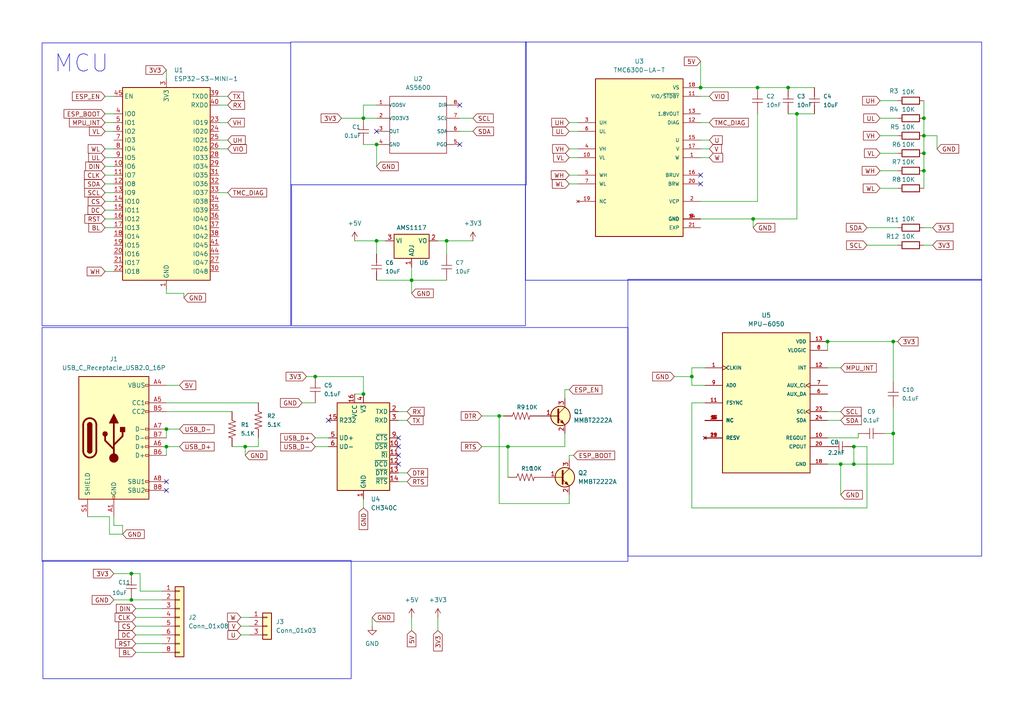
<source format=kicad_sch>
(kicad_sch (version 20241209) (generator "eeschema") (generator_version "8.99")
  (paper "A4")
  (title_block (title "Bike Knob") (date "2025-01-11") (rev "v1") (company "FabLab"))
  (lib_symbols
    (symbol "AS5600:AS5600" (pin_names (offset 1.016))
      (property "Reference" "U" (at -7.62 10.16 0))
      (property "Value" "AS5600" (at -7.62 8.89 0))
      (symbol "AS5600_0_0"
        (pin bidirectional line (at -11.43 6.35 0) (length 2.54) (name "VDD5V") (number "1"))
        (pin bidirectional line (at -11.43 2.54 0) (length 2.54) (name "VDD3V3") (number "2"))
        (pin bidirectional line (at -11.43 -1.27 0) (length 2.54) (name "OUT") (number "3"))
        (pin bidirectional line (at -11.43 -5.08 0) (length 2.54) (name "GND") (number "4"))
        (pin bidirectional line (at 12.7 6.35 180) (length 2.54) (name "DIR") (number "8"))
        (pin bidirectional line (at 12.7 2.54 180) (length 2.54) (name "SCL") (number "7"))
        (pin bidirectional line (at 12.7 -1.27 180) (length 2.54) (name "SDA") (number "6"))
        (pin bidirectional line (at 12.7 -5.08 180) (length 2.54) (name "PGO") (number "5"))
      )
    )
    (symbol "Connector:USB_C_Receptacle_USB2.0_16P" (pin_names (offset 1.016))
      (property "Reference" "J" (at 0 22.225 0))
      (property "Value" "USB_C_Receptacle_USB2.0_16P" (at 0 19.685 0))
      (symbol "USB_C_Receptacle_USB2.0_16P_1_1"
        (pin passive line (at -7.62 -22.86 90) (length 5.08) (name "SHIELD") (number "S1"))
        (pin passive line (at 0 -22.86 90) (length 5.08) (name "GND") (number "A1"))
        (pin passive line (at 0 -22.86 90) (length 5.08) (hide yes) (name "GND") (number "A12"))
        (pin passive line (at 0 -22.86 90) (length 5.08) (hide yes) (name "GND") (number "B1"))
        (pin passive line (at 0 -22.86 90) (length 5.08) (hide yes) (name "GND") (number "B12"))
        (pin passive line (at 15.24 15.24 180) (length 5.08) (name "VBUS") (number "A4"))
        (pin passive line (at 15.24 15.24 180) (length 5.08) (hide yes) (name "VBUS") (number "A9"))
        (pin passive line (at 15.24 15.24 180) (length 5.08) (hide yes) (name "VBUS") (number "B4"))
        (pin passive line (at 15.24 15.24 180) (length 5.08) (hide yes) (name "VBUS") (number "B9"))
        (pin bidirectional line (at 15.24 10.16 180) (length 5.08) (name "CC1") (number "A5"))
        (pin bidirectional line (at 15.24 7.62 180) (length 5.08) (name "CC2") (number "B5"))
        (pin bidirectional line (at 15.24 2.54 180) (length 5.08) (name "D-") (number "A7"))
        (pin bidirectional line (at 15.24 0 180) (length 5.08) (name "D-") (number "B7"))
        (pin bidirectional line (at 15.24 -2.54 180) (length 5.08) (name "D+") (number "A6"))
        (pin bidirectional line (at 15.24 -5.08 180) (length 5.08) (name "D+") (number "B6"))
        (pin bidirectional line (at 15.24 -12.7 180) (length 5.08) (name "SBU1") (number "A8"))
        (pin bidirectional line (at 15.24 -15.24 180) (length 5.08) (name "SBU2") (number "B8"))
      )
    )
    (symbol "Connector_Generic:Conn_01x03" (pin_names (offset 1.016) (hide yes))
      (property "Reference" "J" (at 0 5.08 0))
      (property "Value" "Conn_01x03" (at 0 -5.08 0))
      (symbol "Conn_01x03_1_1"
        (pin passive line (at -5.08 2.54 0) (length 3.81) (name "Pin_1") (number "1"))
        (pin passive line (at -5.08 0 0) (length 3.81) (name "Pin_2") (number "2"))
        (pin passive line (at -5.08 -2.54 0) (length 3.81) (name "Pin_3") (number "3"))
      )
    )
    (symbol "Connector_Generic:Conn_01x08" (pin_names (offset 1.016) (hide yes))
      (property "Reference" "J" (at 0 10.16 0))
      (property "Value" "Conn_01x08" (at 0 -12.7 0))
      (symbol "Conn_01x08_1_1"
        (pin passive line (at -5.08 7.62 0) (length 3.81) (name "Pin_1") (number "1"))
        (pin passive line (at -5.08 5.08 0) (length 3.81) (name "Pin_2") (number "2"))
        (pin passive line (at -5.08 2.54 0) (length 3.81) (name "Pin_3") (number "3"))
        (pin passive line (at -5.08 0 0) (length 3.81) (name "Pin_4") (number "4"))
        (pin passive line (at -5.08 -2.54 0) (length 3.81) (name "Pin_5") (number "5"))
        (pin passive line (at -5.08 -5.08 0) (length 3.81) (name "Pin_6") (number "6"))
        (pin passive line (at -5.08 -7.62 0) (length 3.81) (name "Pin_7") (number "7"))
        (pin passive line (at -5.08 -10.16 0) (length 3.81) (name "Pin_8") (number "8"))
      )
    )
    (symbol "Device:R" (pin_numbers (hide yes)) (pin_names (offset 0))
      (property "Reference" "R" (at 2.032 0 90))
      (property "Value" "R" (at 0 0 90))
      (symbol "R_1_1"
        (pin passive line (at 0 3.81 270) (length 1.27) (name "~") (number "1"))
        (pin passive line (at 0 -3.81 90) (length 1.27) (name "~") (number "2"))
      )
    )
    (symbol "Interface_USB:CH340C"
      (property "Reference" "U" (at -5.08 13.97 0))
      (property "Value" "CH340C" (at 1.27 13.97 0))
      (symbol "CH340C_1_1"
        (pin input line (at -10.16 7.62 0) (length 2.54) (name "R232") (number "15"))
        (pin bidirectional line (at -10.16 2.54 0) (length 2.54) (name "UD+") (number "5"))
        (pin bidirectional line (at -10.16 0 0) (length 2.54) (name "UD-") (number "6"))
        (pin no_connect line (at -7.62 -5.08 0) (length 2.54) (hide yes) (name "NC") (number "7"))
        (pin no_connect line (at -7.62 -7.62 0) (length 2.54) (hide yes) (name "NC") (number "8"))
        (pin power_in line (at -2.54 15.24 270) (length 2.54) (name "VCC") (number "16"))
        (pin power_out line (at 0 15.24 270) (length 2.54) (name "V3") (number "4"))
        (pin power_in line (at 0 -15.24 90) (length 2.54) (name "GND") (number "1"))
        (pin output line (at 10.16 10.16 180) (length 2.54) (name "TXD") (number "2"))
        (pin input line (at 10.16 7.62 180) (length 2.54) (name "RXD") (number "3"))
        (pin input line (at 10.16 2.54 180) (length 2.54) (name "~{CTS}") (number "9"))
        (pin input line (at 10.16 0 180) (length 2.54) (name "~{DSR}") (number "10"))
        (pin input line (at 10.16 -2.54 180) (length 2.54) (name "~{RI}") (number "11"))
        (pin input line (at 10.16 -5.08 180) (length 2.54) (name "~{DCD}") (number "12"))
        (pin output line (at 10.16 -7.62 180) (length 2.54) (name "~{DTR}") (number "13"))
        (pin output line (at 10.16 -10.16 180) (length 2.54) (name "~{RTS}") (number "14"))
      )
    )
    (symbol "MPU-6050:MPU-6050" (pin_names (offset 1.016))
      (property "Reference" "U" (at -12.7 21.082 0))
      (property "Value" "MPU-6050" (at -12.7 -22.86 0))
      (symbol "MPU-6050_0_0"
        (pin input clock (at -17.78 10.16 0) (length 5.08) (name "CLKIN") (number "1"))
        (pin input line (at -17.78 5.08 0) (length 5.08) (name "AD0") (number "9"))
        (pin input line (at -17.78 0 0) (length 5.08) (name "FSYNC") (number "11"))
        (pin passive line (at -17.78 -5.08 0) (length 5.08) (name "NC") (number "14"))
        (pin passive line (at -17.78 -5.08 0) (length 5.08) (name "NC") (number "15"))
        (pin passive line (at -17.78 -5.08 0) (length 5.08) (name "NC") (number "16"))
        (pin passive line (at -17.78 -5.08 0) (length 5.08) (name "NC") (number "17"))
        (pin passive line (at -17.78 -5.08 0) (length 5.08) (name "NC") (number "2"))
        (pin passive line (at -17.78 -5.08 0) (length 5.08) (name "NC") (number "3"))
        (pin passive line (at -17.78 -5.08 0) (length 5.08) (name "NC") (number "4"))
        (pin passive line (at -17.78 -5.08 0) (length 5.08) (name "NC") (number "5"))
        (pin no_connect line (at -17.78 -10.16 0) (length 5.08) (name "RESV") (number "19"))
        (pin no_connect line (at -17.78 -10.16 0) (length 5.08) (name "RESV") (number "21"))
        (pin no_connect line (at -17.78 -10.16 0) (length 5.08) (name "RESV") (number "22"))
        (pin power_in line (at 17.78 17.78 180) (length 5.08) (name "VDD") (number "13"))
        (pin power_in line (at 17.78 15.24 180) (length 5.08) (name "VLOGIC") (number "8"))
        (pin output line (at 17.78 10.16 180) (length 5.08) (name "INT") (number "12"))
        (pin output clock (at 17.78 5.08 180) (length 5.08) (name "AUX_CL") (number "7"))
        (pin bidirectional line (at 17.78 2.54 180) (length 5.08) (name "AUX_DA") (number "6"))
        (pin input clock (at 17.78 -2.54 180) (length 5.08) (name "SCL") (number "23"))
        (pin bidirectional line (at 17.78 -5.08 180) (length 5.08) (name "SDA") (number "24"))
        (pin passive line (at 17.78 -10.16 180) (length 5.08) (name "REGOUT") (number "10"))
        (pin passive line (at 17.78 -12.7 180) (length 5.08) (name "CPOUT") (number "20"))
        (pin power_in line (at 17.78 -17.78 180) (length 5.08) (name "GND") (number "18"))
      )
    )
    (symbol "PCM_Transistor_BJT_AKL:MMBT2222A" (pin_names (hide yes))
      (property "Reference" "Q" (at 5.08 1.27 0))
      (property "Value" "MMBT2222A" (at 5.08 -1.27 0))
      (symbol "MMBT2222A_1_1"
        (pin input line (at -5.08 0 0) (length 5.715) (name "B") (number "1"))
        (pin passive line (at 2.54 5.08 270) (length 2.54) (name "C") (number "3"))
        (pin passive line (at 2.54 -5.08 90) (length 2.54) (name "E") (number "2"))
      )
    )
    (symbol "RF_Module:ESP32-S3-MINI-1"
      (property "Reference" "U" (at -11.43 29.21 0))
      (property "Value" "ESP32-S3-MINI-1" (at 12.7 29.21 0))
      (symbol "ESP32-S3-MINI-1_1_1"
        (pin input line (at -15.24 25.4 0) (length 2.54) (name "EN") (number "45"))
        (pin bidirectional line (at -15.24 20.32 0) (length 2.54) (name "IO0") (number "4"))
        (pin bidirectional line (at -15.24 17.78 0) (length 2.54) (name "IO1") (number "5"))
        (pin bidirectional line (at -15.24 15.24 0) (length 2.54) (name "IO2") (number "6"))
        (pin bidirectional line (at -15.24 12.7 0) (length 2.54) (name "IO3") (number "7"))
        (pin bidirectional line (at -15.24 10.16 0) (length 2.54) (name "IO4") (number "8"))
        (pin bidirectional line (at -15.24 7.62 0) (length 2.54) (name "IO5") (number "9"))
        (pin bidirectional line (at -15.24 5.08 0) (length 2.54) (name "IO6") (number "10"))
        (pin bidirectional line (at -15.24 2.54 0) (length 2.54) (name "IO7") (number "11"))
        (pin bidirectional line (at -15.24 0 0) (length 2.54) (name "IO8") (number "12"))
        (pin bidirectional line (at -15.24 -2.54 0) (length 2.54) (name "IO9") (number "13"))
        (pin bidirectional line (at -15.24 -5.08 0) (length 2.54) (name "IO10") (number "14"))
        (pin bidirectional line (at -15.24 -7.62 0) (length 2.54) (name "IO11") (number "15"))
        (pin bidirectional line (at -15.24 -10.16 0) (length 2.54) (name "IO12") (number "16"))
        (pin bidirectional line (at -15.24 -12.7 0) (length 2.54) (name "IO13") (number "17"))
        (pin bidirectional line (at -15.24 -15.24 0) (length 2.54) (name "IO14") (number "18"))
        (pin bidirectional line (at -15.24 -17.78 0) (length 2.54) (name "IO15") (number "19"))
        (pin bidirectional line (at -15.24 -20.32 0) (length 2.54) (name "IO16") (number "20"))
        (pin bidirectional line (at -15.24 -22.86 0) (length 2.54) (name "IO17") (number "21"))
        (pin bidirectional line (at -15.24 -25.4 0) (length 2.54) (name "IO18") (number "22"))
        (pin power_in line (at 0 30.48 270) (length 2.54) (name "3V3") (number "3"))
        (pin power_in line (at 0 -30.48 90) (length 2.54) (name "GND") (number "1"))
        (pin passive line (at 0 -30.48 90) (length 2.54) (hide yes) (name "GND") (number "2"))
        (pin passive line (at 0 -30.48 90) (length 2.54) (hide yes) (name "GND") (number "42"))
        (pin passive line (at 0 -30.48 90) (length 2.54) (hide yes) (name "GND") (number "43"))
        (pin passive line (at 0 -30.48 90) (length 2.54) (hide yes) (name "GND") (number "46"))
        (pin passive line (at 0 -30.48 90) (length 2.54) (hide yes) (name "GND") (number "47"))
        (pin passive line (at 0 -30.48 90) (length 2.54) (hide yes) (name "GND") (number "48"))
        (pin passive line (at 0 -30.48 90) (length 2.54) (hide yes) (name "GND") (number "49"))
        (pin passive line (at 0 -30.48 90) (length 2.54) (hide yes) (name "GND") (number "50"))
        (pin passive line (at 0 -30.48 90) (length 2.54) (hide yes) (name "GND") (number "51"))
        (pin passive line (at 0 -30.48 90) (length 2.54) (hide yes) (name "GND") (number "52"))
        (pin passive line (at 0 -30.48 90) (length 2.54) (hide yes) (name "GND") (number "53"))
        (pin passive line (at 0 -30.48 90) (length 2.54) (hide yes) (name "GND") (number "54"))
        (pin passive line (at 0 -30.48 90) (length 2.54) (hide yes) (name "GND") (number "55"))
        (pin passive line (at 0 -30.48 90) (length 2.54) (hide yes) (name "GND") (number "56"))
        (pin passive line (at 0 -30.48 90) (length 2.54) (hide yes) (name "GND") (number "57"))
        (pin passive line (at 0 -30.48 90) (length 2.54) (hide yes) (name "GND") (number "58"))
        (pin passive line (at 0 -30.48 90) (length 2.54) (hide yes) (name "GND") (number "59"))
        (pin passive line (at 0 -30.48 90) (length 2.54) (hide yes) (name "GND") (number "60"))
        (pin passive line (at 0 -30.48 90) (length 2.54) (hide yes) (name "GND") (number "61"))
        (pin passive line (at 0 -30.48 90) (length 2.54) (hide yes) (name "GND") (number "62"))
        (pin passive line (at 0 -30.48 90) (length 2.54) (hide yes) (name "GND") (number "63"))
        (pin passive line (at 0 -30.48 90) (length 2.54) (hide yes) (name "GND") (number "64"))
        (pin passive line (at 0 -30.48 90) (length 2.54) (hide yes) (name "GND") (number "65"))
        (pin bidirectional line (at 15.24 25.4 180) (length 2.54) (name "TXD0") (number "39"))
        (pin bidirectional line (at 15.24 22.86 180) (length 2.54) (name "RXD0") (number "40"))
        (pin bidirectional line (at 15.24 17.78 180) (length 2.54) (name "IO19") (number "23"))
        (pin bidirectional line (at 15.24 15.24 180) (length 2.54) (name "IO20") (number "24"))
        (pin bidirectional line (at 15.24 12.7 180) (length 2.54) (name "IO21") (number "25"))
        (pin bidirectional line (at 15.24 10.16 180) (length 2.54) (name "IO26") (number "26"))
        (pin bidirectional line (at 15.24 7.62 180) (length 2.54) (name "IO33") (number "28"))
        (pin bidirectional line (at 15.24 5.08 180) (length 2.54) (name "IO34") (number "29"))
        (pin bidirectional line (at 15.24 2.54 180) (length 2.54) (name "IO35") (number "31"))
        (pin bidirectional line (at 15.24 0 180) (length 2.54) (name "IO36") (number "32"))
        (pin bidirectional line (at 15.24 -2.54 180) (length 2.54) (name "IO37") (number "33"))
        (pin bidirectional line (at 15.24 -5.08 180) (length 2.54) (name "IO38") (number "34"))
        (pin bidirectional line (at 15.24 -7.62 180) (length 2.54) (name "IO39") (number "35"))
        (pin bidirectional line (at 15.24 -10.16 180) (length 2.54) (name "IO40") (number "36"))
        (pin bidirectional line (at 15.24 -12.7 180) (length 2.54) (name "IO41") (number "37"))
        (pin bidirectional line (at 15.24 -15.24 180) (length 2.54) (name "IO42") (number "38"))
        (pin bidirectional line (at 15.24 -17.78 180) (length 2.54) (name "IO45") (number "41"))
        (pin bidirectional line (at 15.24 -20.32 180) (length 2.54) (name "IO46") (number "44"))
        (pin bidirectional line (at 15.24 -22.86 180) (length 2.54) (name "IO47") (number "27"))
        (pin bidirectional line (at 15.24 -25.4 180) (length 2.54) (name "IO48") (number "30"))
      )
    )
    (symbol "Regulator_Linear:AMS1117"
      (property "Reference" "U" (at -3.81 3.175 0))
      (property "Value" "AMS1117" (at 0 3.175 0))
      (symbol "AMS1117_1_1"
        (pin power_in line (at -7.62 0 0) (length 2.54) (name "VI") (number "3"))
        (pin input line (at 0 -7.62 90) (length 2.54) (name "ADJ") (number "1"))
        (pin power_out line (at 7.62 0 180) (length 2.54) (name "VO") (number "2"))
      )
    )
    (symbol "TMC6300:TMC6300-LA-T" (pin_names (offset 1.016))
      (property "Reference" "U" (at -12.7 23.622 0))
      (property "Value" "TMC6300-LA-T" (at -12.7 -25.4 0))
      (symbol "TMC6300-LA-T_0_0"
        (pin input line (at -17.78 10.16 0) (length 5.08) (name "UH") (number "3"))
        (pin input line (at -17.78 7.62 0) (length 5.08) (name "UL") (number "6"))
        (pin input line (at -17.78 2.54 0) (length 5.08) (name "VH") (number "4"))
        (pin input line (at -17.78 0 0) (length 5.08) (name "VL") (number "10"))
        (pin input line (at -17.78 -5.08 0) (length 5.08) (name "WH") (number "5"))
        (pin input line (at -17.78 -7.62 0) (length 5.08) (name "WL") (number "7"))
        (pin no_connect line (at -17.78 -12.7 0) (length 5.08) (name "NC") (number "19"))
        (pin power_in line (at 17.78 20.32 180) (length 5.08) (name "VS") (number "18"))
        (pin power_in line (at 17.78 17.78 180) (length 5.08) (name "VIO/~{STDBY}") (number "11"))
        (pin output line (at 17.78 12.7 180) (length 5.08) (name "1.8VOUT") (number "13"))
        (pin output line (at 17.78 10.16 180) (length 5.08) (name "DIAG") (number "12"))
        (pin output line (at 17.78 5.08 180) (length 5.08) (name "U") (number "15"))
        (pin output line (at 17.78 2.54 180) (length 5.08) (name "V") (number "17"))
        (pin output line (at 17.78 0 180) (length 5.08) (name "W") (number "1"))
        (pin bidirectional line (at 17.78 -5.08 180) (length 5.08) (name "BRUV") (number "16"))
        (pin bidirectional line (at 17.78 -7.62 180) (length 5.08) (name "BRW") (number "20"))
        (pin passive line (at 17.78 -12.7 180) (length 5.08) (name "VCP") (number "2"))
        (pin power_in line (at 17.78 -17.78 180) (length 5.08) (name "GND") (number "14"))
        (pin power_in line (at 17.78 -17.78 180) (length 5.08) (name "GND") (number "8"))
        (pin power_in line (at 17.78 -17.78 180) (length 5.08) (name "GND") (number "9"))
        (pin power_in line (at 17.78 -20.32 180) (length 5.08) (name "EXP") (number "21"))
      )
    )
    (symbol "fab:CAP-UNPOLARIZED" (pin_numbers (hide yes)) (pin_names (offset 1.016) (hide yes))
      (property "Reference" "C" (at -3.81 2.54 0))
      (property "Value" "CAP-UNPOLARIZED" (at -3.81 -3.81 0))
      (symbol "CAP-UNPOLARIZED_1_1"
        (pin passive line (at -5.08 0 0) (length 2.54) (name "1") (number "1"))
        (pin passive line (at 2.54 0 180) (length 2.54) (name "2") (number "2"))
      )
    )
    (symbol "fab:RES-US1206" (pin_numbers (hide yes)) (pin_names (offset 1.016) (hide yes))
      (property "Reference" "R" (at -3.81 1.4986 0))
      (property "Value" "RES-US1206" (at -3.81 -3.302 0))
      (symbol "RES-US1206_1_1"
        (pin passive line (at -5.08 0 0) (length 2.54) (name "1") (number "1"))
        (pin passive line (at 5.08 0 180) (length 2.54) (name "2") (number "2"))
      )
    )
    (symbol "power:+3V3" (power) (pin_numbers (hide yes)) (pin_names (offset 0) (hide yes))
      (property "Value" "+3V3" (at 0 3.556 0))
      (symbol "+3V3_1_1"
        (pin power_in line (at 0 0 90) (length 0) (name "~") (number "1"))
      )
    )
    (symbol "power:+5V" (power) (pin_numbers (hide yes)) (pin_names (offset 0) (hide yes))
      (property "Value" "+5V" (at 0 3.556 0))
      (symbol "+5V_1_1"
        (pin power_in line (at 0 0 90) (length 0) (name "~") (number "1"))
      )
    )
    (symbol "power:GND" (power) (pin_numbers (hide yes)) (pin_names (offset 0) (hide yes))
      (property "Value" "GND" (at 0 -3.81 0))
      (symbol "GND_1_1"
        (pin power_in line (at 0 0 270) (length 0) (name "~") (number "1"))
      )
    )
  )
  (rectangle (start 84.582 53.594) (end 152.4 94.488))
  (rectangle (start 182.118 81.026) (end 284.734 161.29))
  (rectangle (start 12.446 162.56) (end 101.854 196.85))
  (rectangle (start 152.4 12.192) (end 284.734 81.28))
  (rectangle (start 12.192 94.996) (end 182.118 162.814))
  (rectangle (start 12.192 12.446) (end 84.328 94.488))
  (rectangle (start 84.328 12.192) (end 152.654 53.594))
  (text "MCU" (at 23.622 18.542 0) (effects (font (size 5 5))))
  (junction (at 247.65 129.54))
  (junction (at 71.12 129.54))
  (junction (at 231.14 33.02))
  (junction (at 267.97 39.37))
  (junction (at 259.08 99.06))
  (junction (at 129.54 69.85))
  (junction (at 267.97 49.53))
  (junction (at 240.03 99.06))
  (junction (at 218.44 63.5))
  (junction (at 105.41 114.3))
  (junction (at 119.38 81.28))
  (junction (at 144.78 120.65))
  (junction (at 200.66 109.22))
  (junction (at 267.97 34.29))
  (junction (at 243.84 134.62))
  (junction (at 91.44 109.22))
  (junction (at 259.08 125.73))
  (junction (at 267.97 44.45))
  (junction (at 219.71 25.4))
  (junction (at 109.22 41.91))
  (junction (at 48.26 124.46))
  (junction (at 38.1 166.37))
  (junction (at 247.65 134.62))
  (junction (at 105.41 34.29))
  (junction (at 203.2 25.4))
  (junction (at 38.1 173.99))
  (junction (at 147.32 129.54))
  (junction (at 228.6 25.4))
  (junction (at 48.26 129.54))
  (junction (at 109.22 69.85))
  (no_connect (at 115.57 132.08))
  (no_connect (at 115.57 134.62))
  (no_connect (at 95.25 121.92))
  (no_connect (at 115.57 127))
  (no_connect (at 48.26 142.24))
  (no_connect (at 115.57 129.54))
  (no_connect (at 48.26 139.7))
  (no_connect (at 203.2 53.34))
  (no_connect (at 203.2 50.8))
  (no_connect (at 109.22 38.1))
  (no_connect (at 133.35 41.91))
  (no_connect (at 133.35 30.48))
  (wire (pts (xy 129.54 69.85) (xy 129.54 73.66)))
  (wire (pts (xy 251.46 147.32) (xy 200.66 147.32)))
  (wire (pts (xy 30.48 50.8) (xy 33.02 50.8)))
  (wire (pts (xy 247.65 129.54) (xy 251.46 129.54)))
  (wire (pts (xy 163.83 115.57) (xy 163.83 113.03)))
  (wire (pts (xy 203.2 40.64) (xy 205.74 40.64)))
  (wire (pts (xy 200.66 116.84) (xy 204.47 116.84)))
  (wire (pts (xy 105.41 30.48) (xy 105.41 34.29)))
  (wire (pts (xy 256.54 125.73) (xy 259.08 125.73)))
  (wire (pts (xy 48.26 129.54) (xy 48.26 132.08)))
  (wire (pts (xy 203.2 25.4) (xy 219.71 25.4)))
  (wire (pts (xy 109.22 69.85) (xy 111.76 69.85)))
  (wire (pts (xy 119.38 182.88) (xy 119.38 179.07)))
  (wire (pts (xy 163.83 129.54) (xy 147.32 129.54)))
  (wire (pts (xy 115.57 121.92) (xy 118.11 121.92)))
  (wire (pts (xy 200.66 106.68) (xy 204.47 106.68)))
  (wire (pts (xy 115.57 119.38) (xy 118.11 119.38)))
  (wire (pts (xy 91.44 127) (xy 95.25 127)))
  (wire (pts (xy 240.03 106.68) (xy 243.84 106.68)))
  (wire (pts (xy 129.54 69.85) (xy 137.16 69.85)))
  (wire (pts (xy 255.27 44.45) (xy 260.35 44.45)))
  (wire (pts (xy 48.26 119.38) (xy 67.31 119.38)))
  (wire (pts (xy 115.57 137.16) (xy 118.11 137.16)))
  (wire (pts (xy 31.75 154.94) (xy 31.75 149.86)))
  (wire (pts (xy 259.08 99.06) (xy 260.35 99.06)))
  (wire (pts (xy 147.32 129.54) (xy 147.32 138.43)))
  (wire (pts (xy 267.97 39.37) (xy 267.97 34.29)))
  (wire (pts (xy 165.1 50.8) (xy 167.64 50.8)))
  (wire (pts (xy 63.5 30.48) (xy 66.04 30.48)))
  (wire (pts (xy 271.78 43.18) (xy 271.78 39.37)))
  (wire (pts (xy 87.63 116.84) (xy 91.44 116.84)))
  (wire (pts (xy 267.97 34.29) (xy 267.97 29.21)))
  (wire (pts (xy 30.48 58.42) (xy 33.02 58.42)))
  (wire (pts (xy 127 69.85) (xy 129.54 69.85)))
  (wire (pts (xy 133.35 34.29) (xy 137.16 34.29)))
  (wire (pts (xy 243.84 134.62) (xy 240.03 134.62)))
  (wire (pts (xy 255.27 29.21) (xy 260.35 29.21)))
  (wire (pts (xy 203.2 17.78) (xy 203.2 25.4)))
  (wire (pts (xy 40.64 171.45) (xy 46.99 171.45)))
  (wire (pts (xy 195.58 109.22) (xy 200.66 109.22)))
  (wire (pts (xy 105.41 41.91) (xy 109.22 41.91)))
  (wire (pts (xy 267.97 71.12) (xy 270.51 71.12)))
  (wire (pts (xy 255.27 49.53) (xy 260.35 49.53)))
  (wire (pts (xy 255.27 34.29) (xy 260.35 34.29)))
  (wire (pts (xy 102.87 69.85) (xy 109.22 69.85)))
  (wire (pts (xy 63.5 40.64) (xy 66.04 40.64)))
  (wire (pts (xy 139.7 129.54) (xy 147.32 129.54)))
  (wire (pts (xy 91.44 129.54) (xy 95.25 129.54)))
  (wire (pts (xy 203.2 63.5) (xy 218.44 63.5)))
  (wire (pts (xy 30.48 27.94) (xy 33.02 27.94)))
  (wire (pts (xy 219.71 58.42) (xy 203.2 58.42)))
  (wire (pts (xy 228.6 25.4) (xy 236.22 25.4)))
  (wire (pts (xy 30.48 78.74) (xy 33.02 78.74)))
  (wire (pts (xy 119.38 81.28) (xy 119.38 85.09)))
  (wire (pts (xy 240.03 99.06) (xy 240.03 101.6)))
  (wire (pts (xy 165.1 132.08) (xy 166.37 132.08)))
  (wire (pts (xy 240.03 121.92) (xy 243.84 121.92)))
  (wire (pts (xy 48.26 85.09) (xy 48.26 83.82)))
  (wire (pts (xy 255.27 39.37) (xy 260.35 39.37)))
  (wire (pts (xy 72.39 181.61) (xy 69.85 181.61)))
  (wire (pts (xy 163.83 113.03) (xy 165.1 113.03)))
  (wire (pts (xy 33.02 173.99) (xy 38.1 173.99)))
  (wire (pts (xy 109.22 30.48) (xy 105.41 30.48)))
  (wire (pts (xy 267.97 49.53) (xy 267.97 44.45)))
  (wire (pts (xy 231.14 63.5) (xy 218.44 63.5)))
  (wire (pts (xy 30.48 33.02) (xy 33.02 33.02)))
  (wire (pts (xy 48.26 129.54) (xy 52.07 129.54)))
  (wire (pts (xy 30.48 60.96) (xy 33.02 60.96)))
  (wire (pts (xy 105.41 147.32) (xy 105.41 144.78)))
  (wire (pts (xy 271.78 39.37) (xy 267.97 39.37)))
  (wire (pts (xy 48.26 124.46) (xy 52.07 124.46)))
  (wire (pts (xy 240.03 99.06) (xy 259.08 99.06)))
  (wire (pts (xy 39.37 179.07) (xy 46.99 179.07)))
  (wire (pts (xy 259.08 118.11) (xy 259.08 125.73)))
  (wire (pts (xy 247.65 134.62) (xy 243.84 134.62)))
  (wire (pts (xy 259.08 134.62) (xy 247.65 134.62)))
  (wire (pts (xy 30.48 45.72) (xy 33.02 45.72)))
  (wire (pts (xy 105.41 109.22) (xy 105.41 114.3)))
  (wire (pts (xy 71.12 129.54) (xy 74.93 129.54)))
  (wire (pts (xy 35.56 154.94) (xy 35.56 152.4)))
  (wire (pts (xy 105.41 34.29) (xy 109.22 34.29)))
  (wire (pts (xy 109.22 48.26) (xy 109.22 41.91)))
  (wire (pts (xy 231.14 33.02) (xy 231.14 63.5)))
  (wire (pts (xy 63.5 35.56) (xy 66.04 35.56)))
  (wire (pts (xy 267.97 54.61) (xy 267.97 49.53)))
  (wire (pts (xy 200.66 109.22) (xy 200.66 111.76)))
  (wire (pts (xy 99.06 34.29) (xy 105.41 34.29)))
  (wire (pts (xy 270.51 66.04) (xy 267.97 66.04)))
  (wire (pts (xy 63.5 43.18) (xy 66.04 43.18)))
  (wire (pts (xy 39.37 189.23) (xy 46.99 189.23)))
  (wire (pts (xy 165.1 146.05) (xy 144.78 146.05)))
  (wire (pts (xy 31.75 154.94) (xy 35.56 154.94)))
  (wire (pts (xy 39.37 186.69) (xy 46.99 186.69)))
  (wire (pts (xy 163.83 129.54) (xy 163.83 125.73)))
  (wire (pts (xy 267.97 44.45) (xy 267.97 39.37)))
  (wire (pts (xy 53.34 85.09) (xy 48.26 85.09)))
  (wire (pts (xy 30.48 63.5) (xy 33.02 63.5)))
  (wire (pts (xy 30.48 38.1) (xy 33.02 38.1)))
  (wire (pts (xy 107.95 179.07) (xy 107.95 181.61)))
  (wire (pts (xy 39.37 184.15) (xy 46.99 184.15)))
  (wire (pts (xy 228.6 33.02) (xy 231.14 33.02)))
  (wire (pts (xy 109.22 69.85) (xy 109.22 73.66)))
  (wire (pts (xy 219.71 33.02) (xy 219.71 58.42)))
  (wire (pts (xy 53.34 85.09) (xy 53.34 86.36)))
  (wire (pts (xy 248.92 127) (xy 248.92 125.73)))
  (wire (pts (xy 48.26 124.46) (xy 48.26 127)))
  (wire (pts (xy 35.56 152.4) (xy 33.02 152.4)))
  (wire (pts (xy 165.1 143.51) (xy 165.1 146.05)))
  (wire (pts (xy 39.37 176.53) (xy 46.99 176.53)))
  (wire (pts (xy 39.37 181.61) (xy 46.99 181.61)))
  (wire (pts (xy 40.64 166.37) (xy 40.64 171.45)))
  (wire (pts (xy 66.04 55.88) (xy 63.5 55.88)))
  (wire (pts (xy 255.27 54.61) (xy 260.35 54.61)))
  (wire (pts (xy 63.5 27.94) (xy 66.04 27.94)))
  (wire (pts (xy 119.38 81.28) (xy 119.38 77.47)))
  (wire (pts (xy 38.1 173.99) (xy 46.99 173.99)))
  (wire (pts (xy 31.75 149.86) (xy 25.4 149.86)))
  (wire (pts (xy 144.78 146.05) (xy 144.78 120.65)))
  (wire (pts (xy 218.44 66.04) (xy 218.44 63.5)))
  (wire (pts (xy 231.14 33.02) (xy 236.22 33.02)))
  (wire (pts (xy 243.84 143.51) (xy 243.84 134.62)))
  (wire (pts (xy 74.93 129.54) (xy 74.93 127)))
  (wire (pts (xy 259.08 99.06) (xy 259.08 110.49)))
  (wire (pts (xy 30.48 55.88) (xy 33.02 55.88)))
  (wire (pts (xy 67.31 129.54) (xy 71.12 129.54)))
  (wire (pts (xy 48.26 20.32) (xy 48.26 22.86)))
  (wire (pts (xy 71.12 129.54) (xy 71.12 132.08)))
  (wire (pts (xy 203.2 35.56) (xy 205.74 35.56)))
  (wire (pts (xy 240.03 119.38) (xy 243.84 119.38)))
  (wire (pts (xy 30.48 43.18) (xy 33.02 43.18)))
  (wire (pts (xy 200.66 147.32) (xy 200.66 116.84)))
  (wire (pts (xy 200.66 106.68) (xy 200.66 109.22)))
  (wire (pts (xy 133.35 38.1) (xy 137.16 38.1)))
  (wire (pts (xy 30.48 66.04) (xy 33.02 66.04)))
  (wire (pts (xy 127 182.88) (xy 127 179.07)))
  (wire (pts (xy 165.1 45.72) (xy 167.64 45.72)))
  (wire (pts (xy 219.71 25.4) (xy 228.6 25.4)))
  (wire (pts (xy 165.1 53.34) (xy 167.64 53.34)))
  (wire (pts (xy 115.57 139.7) (xy 118.11 139.7)))
  (wire (pts (xy 259.08 125.73) (xy 259.08 134.62)))
  (wire (pts (xy 109.22 81.28) (xy 119.38 81.28)))
  (wire (pts (xy 30.48 48.26) (xy 33.02 48.26)))
  (wire (pts (xy 204.47 111.76) (xy 200.66 111.76)))
  (wire (pts (xy 247.65 129.54) (xy 247.65 134.62)))
  (wire (pts (xy 203.2 27.94) (xy 205.74 27.94)))
  (wire (pts (xy 165.1 133.35) (xy 165.1 132.08)))
  (wire (pts (xy 48.26 111.76) (xy 52.07 111.76)))
  (wire (pts (xy 251.46 66.04) (xy 260.35 66.04)))
  (wire (pts (xy 72.39 179.07) (xy 69.85 179.07)))
  (wire (pts (xy 102.87 114.3) (xy 105.41 114.3)))
  (wire (pts (xy 30.48 35.56) (xy 33.02 35.56)))
  (wire (pts (xy 33.02 152.4) (xy 33.02 149.86)))
  (wire (pts (xy 203.2 43.18) (xy 205.74 43.18)))
  (wire (pts (xy 129.54 81.28) (xy 119.38 81.28)))
  (wire (pts (xy 33.02 166.37) (xy 38.1 166.37)))
  (wire (pts (xy 240.03 127) (xy 248.92 127)))
  (wire (pts (xy 48.26 116.84) (xy 74.93 116.84)))
  (wire (pts (xy 38.1 166.37) (xy 40.64 166.37)))
  (wire (pts (xy 72.39 184.15) (xy 69.85 184.15)))
  (wire (pts (xy 139.7 120.65) (xy 144.78 120.65)))
  (wire (pts (xy 251.46 129.54) (xy 251.46 147.32)))
  (wire (pts (xy 165.1 35.56) (xy 167.64 35.56)))
  (wire (pts (xy 251.46 71.12) (xy 260.35 71.12)))
  (wire (pts (xy 165.1 43.18) (xy 167.64 43.18)))
  (wire (pts (xy 144.78 120.65) (xy 146.05 120.65)))
  (wire (pts (xy 203.2 45.72) (xy 205.74 45.72)))
  (wire (pts (xy 165.1 38.1) (xy 167.64 38.1)))
  (wire (pts (xy 30.48 53.34) (xy 33.02 53.34)))
  (wire (pts (xy 88.9 109.22) (xy 91.44 109.22)))
  (wire (pts (xy 91.44 109.22) (xy 105.41 109.22)))
  (global_label "WL" (shape input) (at 30.48 43.18 180) (property "Intersheetrefs" "${INTERSHEET_REFS}" (effects (hide yes))))
  (global_label "TMC_DIAG" (shape input) (at 205.74 35.56 0) (property "Intersheetrefs" "${INTERSHEET_REFS}" (effects (hide yes))))
  (global_label "RTS" (shape input) (at 139.7 129.54 180) (property "Intersheetrefs" "${INTERSHEET_REFS}" (effects (hide yes))))
  (global_label "UL" (shape input) (at 165.1 38.1 180) (property "Intersheetrefs" "${INTERSHEET_REFS}" (effects (hide yes))))
  (global_label "GND" (shape input) (at 218.44 66.04 0) (property "Intersheetrefs" "${INTERSHEET_REFS}" (effects (hide yes))))
  (global_label "3V3" (shape input) (at 260.35 99.06 0) (property "Intersheetrefs" "${INTERSHEET_REFS}" (effects (hide yes))))
  (global_label "VH" (shape input) (at 165.1 43.18 180) (property "Intersheetrefs" "${INTERSHEET_REFS}" (effects (hide yes))))
  (global_label "TX" (shape input) (at 118.11 121.92 0) (property "Intersheetrefs" "${INTERSHEET_REFS}" (effects (hide yes))))
  (global_label "RX" (shape input) (at 66.04 30.48 0) (property "Intersheetrefs" "${INTERSHEET_REFS}" (effects (hide yes))))
  (global_label "ESP_EN" (shape input) (at 165.1 113.03 0) (property "Intersheetrefs" "${INTERSHEET_REFS}" (effects (hide yes))))
  (global_label "5V" (shape input) (at 203.2 17.78 180) (property "Intersheetrefs" "${INTERSHEET_REFS}" (effects (hide yes))))
  (global_label "U" (shape input) (at 69.85 184.15 180) (property "Intersheetrefs" "${INTERSHEET_REFS}" (effects (hide yes))))
  (global_label "CLK" (shape input) (at 30.48 50.8 180) (property "Intersheetrefs" "${INTERSHEET_REFS}" (effects (hide yes))))
  (global_label "VIO" (shape input) (at 66.04 43.18 0) (property "Intersheetrefs" "${INTERSHEET_REFS}" (effects (hide yes))))
  (global_label "BL" (shape input) (at 39.37 189.23 180) (property "Intersheetrefs" "${INTERSHEET_REFS}" (effects (hide yes))))
  (global_label "UH" (shape input) (at 255.27 29.21 180) (property "Intersheetrefs" "${INTERSHEET_REFS}" (effects (hide yes))))
  (global_label "GND" (shape input) (at 35.56 154.94 0) (property "Intersheetrefs" "${INTERSHEET_REFS}" (effects (hide yes))))
  (global_label "GND" (shape input) (at 271.78 43.18 0) (property "Intersheetrefs" "${INTERSHEET_REFS}" (effects (hide yes))))
  (global_label "CS" (shape input) (at 30.48 58.42 180) (property "Intersheetrefs" "${INTERSHEET_REFS}" (effects (hide yes))))
  (global_label "3V3" (shape input) (at 48.26 20.32 180) (property "Intersheetrefs" "${INTERSHEET_REFS}" (effects (hide yes))))
  (global_label "USB_D-" (shape input) (at 52.07 124.46 0) (property "Intersheetrefs" "${INTERSHEET_REFS}" (effects (hide yes))))
  (global_label "UH" (shape input) (at 165.1 35.56 180) (property "Intersheetrefs" "${INTERSHEET_REFS}" (effects (hide yes))))
  (global_label "RST" (shape input) (at 39.37 186.69 180) (property "Intersheetrefs" "${INTERSHEET_REFS}" (effects (hide yes))))
  (global_label "WH" (shape input) (at 255.27 49.53 180) (property "Intersheetrefs" "${INTERSHEET_REFS}" (effects (hide yes))))
  (global_label "VIO" (shape input) (at 205.74 27.94 0) (property "Intersheetrefs" "${INTERSHEET_REFS}" (effects (hide yes))))
  (global_label "SCL" (shape input) (at 251.46 71.12 180) (property "Intersheetrefs" "${INTERSHEET_REFS}" (effects (hide yes))))
  (global_label "RST" (shape input) (at 30.48 63.5 180) (property "Intersheetrefs" "${INTERSHEET_REFS}" (effects (hide yes))))
  (global_label "WH" (shape input) (at 165.1 50.8 180) (property "Intersheetrefs" "${INTERSHEET_REFS}" (effects (hide yes))))
  (global_label "RX" (shape input) (at 118.11 119.38 0) (property "Intersheetrefs" "${INTERSHEET_REFS}" (effects (hide yes))))
  (global_label "UL" (shape input) (at 255.27 34.29 180) (property "Intersheetrefs" "${INTERSHEET_REFS}" (effects (hide yes))))
  (global_label "ESP_BOOT" (shape input) (at 166.37 132.08 0) (property "Intersheetrefs" "${INTERSHEET_REFS}" (effects (hide yes))))
  (global_label "3V3" (shape input) (at 270.51 71.12 0) (property "Intersheetrefs" "${INTERSHEET_REFS}" (effects (hide yes))))
  (global_label "DTR" (shape input) (at 139.7 120.65 180) (property "Intersheetrefs" "${INTERSHEET_REFS}" (effects (hide yes))))
  (global_label "V" (shape input) (at 205.74 43.18 0) (property "Intersheetrefs" "${INTERSHEET_REFS}" (effects (hide yes))))
  (global_label "U" (shape input) (at 205.74 40.64 0) (property "Intersheetrefs" "${INTERSHEET_REFS}" (effects (hide yes))))
  (global_label "SDA" (shape input) (at 30.48 53.34 180) (property "Intersheetrefs" "${INTERSHEET_REFS}" (effects (hide yes))))
  (global_label "3V3" (shape input) (at 99.06 34.29 180) (property "Intersheetrefs" "${INTERSHEET_REFS}" (effects (hide yes))))
  (global_label "VH" (shape input) (at 255.27 39.37 180) (property "Intersheetrefs" "${INTERSHEET_REFS}" (effects (hide yes))))
  (global_label "5V" (shape input) (at 52.07 111.76 0) (property "Intersheetrefs" "${INTERSHEET_REFS}" (effects (hide yes))))
  (global_label "GND" (shape input) (at 107.95 179.07 0) (property "Intersheetrefs" "${INTERSHEET_REFS}" (effects (hide yes))))
  (global_label "WL" (shape input) (at 165.1 53.34 180) (property "Intersheetrefs" "${INTERSHEET_REFS}" (effects (hide yes))))
  (global_label "GND" (shape input) (at 105.41 147.32 270) (property "Intersheetrefs" "${INTERSHEET_REFS}" (effects (hide yes))))
  (global_label "TMC_DIAG" (shape input) (at 66.04 55.88 0) (property "Intersheetrefs" "${INTERSHEET_REFS}" (effects (hide yes))))
  (global_label "GND" (shape input) (at 33.02 173.99 180) (property "Intersheetrefs" "${INTERSHEET_REFS}" (effects (hide yes))))
  (global_label "CS" (shape input) (at 39.37 181.61 180) (property "Intersheetrefs" "${INTERSHEET_REFS}" (effects (hide yes))))
  (global_label "VL" (shape input) (at 165.1 45.72 180) (property "Intersheetrefs" "${INTERSHEET_REFS}" (effects (hide yes))))
  (global_label "VL" (shape input) (at 255.27 44.45 180) (property "Intersheetrefs" "${INTERSHEET_REFS}" (effects (hide yes))))
  (global_label "USB_D+" (shape input) (at 52.07 129.54 0) (property "Intersheetrefs" "${INTERSHEET_REFS}" (effects (hide yes))))
  (global_label "DC" (shape input) (at 39.37 184.15 180) (property "Intersheetrefs" "${INTERSHEET_REFS}" (effects (hide yes))))
  (global_label "CLK" (shape input) (at 39.37 179.07 180) (property "Intersheetrefs" "${INTERSHEET_REFS}" (effects (hide yes))))
  (global_label "V" (shape input) (at 69.85 181.61 180) (property "Intersheetrefs" "${INTERSHEET_REFS}" (effects (hide yes))))
  (global_label "BL" (shape input) (at 30.48 66.04 180) (property "Intersheetrefs" "${INTERSHEET_REFS}" (effects (hide yes))))
  (global_label "W" (shape input) (at 69.85 179.07 180) (property "Intersheetrefs" "${INTERSHEET_REFS}" (effects (hide yes))))
  (global_label "GND" (shape input) (at 71.12 132.08 0) (property "Intersheetrefs" "${INTERSHEET_REFS}" (effects (hide yes))))
  (global_label "TX" (shape input) (at 66.04 27.94 0) (property "Intersheetrefs" "${INTERSHEET_REFS}" (effects (hide yes))))
  (global_label "USB_D-" (shape input) (at 91.44 129.54 180) (property "Intersheetrefs" "${INTERSHEET_REFS}" (effects (hide yes))))
  (global_label "DC" (shape input) (at 30.48 60.96 180) (property "Intersheetrefs" "${INTERSHEET_REFS}" (effects (hide yes))))
  (global_label "GND" (shape input) (at 243.84 143.51 0) (property "Intersheetrefs" "${INTERSHEET_REFS}" (effects (hide yes))))
  (global_label "SCL" (shape input) (at 137.16 34.29 0) (property "Intersheetrefs" "${INTERSHEET_REFS}" (effects (hide yes))))
  (global_label "GND" (shape input) (at 53.34 86.36 0) (property "Intersheetrefs" "${INTERSHEET_REFS}" (effects (hide yes))))
  (global_label "SCL" (shape input) (at 243.84 119.38 0) (property "Intersheetrefs" "${INTERSHEET_REFS}" (effects (hide yes))))
  (global_label "3V3" (shape input) (at 270.51 66.04 0) (property "Intersheetrefs" "${INTERSHEET_REFS}" (effects (hide yes))))
  (global_label "DTR" (shape input) (at 118.11 137.16 0) (property "Intersheetrefs" "${INTERSHEET_REFS}" (effects (hide yes))))
  (global_label "3V3" (shape input) (at 88.9 109.22 180) (property "Intersheetrefs" "${INTERSHEET_REFS}" (effects (hide yes))))
  (global_label "ESP_EN" (shape input) (at 30.48 27.94 180) (property "Intersheetrefs" "${INTERSHEET_REFS}" (effects (hide yes))))
  (global_label "GND" (shape input) (at 195.58 109.22 180) (property "Intersheetrefs" "${INTERSHEET_REFS}" (effects (hide yes))))
  (global_label "3V3" (shape input) (at 33.02 166.37 180) (property "Intersheetrefs" "${INTERSHEET_REFS}" (effects (hide yes))))
  (global_label "DIN" (shape input) (at 30.48 48.26 180) (property "Intersheetrefs" "${INTERSHEET_REFS}" (effects (hide yes))))
  (global_label "SCL" (shape input) (at 30.48 55.88 180) (property "Intersheetrefs" "${INTERSHEET_REFS}" (effects (hide yes))))
  (global_label "ESP_BOOT" (shape input) (at 30.48 33.02 180) (property "Intersheetrefs" "${INTERSHEET_REFS}" (effects (hide yes))))
  (global_label "SDA" (shape input) (at 243.84 121.92 0) (property "Intersheetrefs" "${INTERSHEET_REFS}" (effects (hide yes))))
  (global_label "DIN" (shape input) (at 39.37 176.53 180) (property "Intersheetrefs" "${INTERSHEET_REFS}" (effects (hide yes))))
  (global_label "3V3" (shape input) (at 127 182.88 270) (property "Intersheetrefs" "${INTERSHEET_REFS}" (effects (hide yes))))
  (global_label "UH" (shape input) (at 66.04 40.64 0) (property "Intersheetrefs" "${INTERSHEET_REFS}" (effects (hide yes))))
  (global_label "SDA" (shape input) (at 137.16 38.1 0) (property "Intersheetrefs" "${INTERSHEET_REFS}" (effects (hide yes))))
  (global_label "MPU_INT" (shape input) (at 243.84 106.68 0) (property "Intersheetrefs" "${INTERSHEET_REFS}" (effects (hide yes))))
  (global_label "WL" (shape input) (at 255.27 54.61 180) (property "Intersheetrefs" "${INTERSHEET_REFS}" (effects (hide yes))))
  (global_label "W" (shape input) (at 205.74 45.72 0) (property "Intersheetrefs" "${INTERSHEET_REFS}" (effects (hide yes))))
  (global_label "VL" (shape input) (at 30.48 38.1 180) (property "Intersheetrefs" "${INTERSHEET_REFS}" (effects (hide yes))))
  (global_label "VH" (shape input) (at 66.04 35.56 0) (property "Intersheetrefs" "${INTERSHEET_REFS}" (effects (hide yes))))
  (global_label "5V" (shape input) (at 119.38 182.88 270) (property "Intersheetrefs" "${INTERSHEET_REFS}" (effects (hide yes))))
  (global_label "MPU_INT" (shape input) (at 30.48 35.56 180) (property "Intersheetrefs" "${INTERSHEET_REFS}" (effects (hide yes))))
  (global_label "GND" (shape input) (at 109.22 48.26 0) (property "Intersheetrefs" "${INTERSHEET_REFS}" (effects (hide yes))))
  (global_label "USB_D+" (shape input) (at 91.44 127 180) (property "Intersheetrefs" "${INTERSHEET_REFS}" (effects (hide yes))))
  (global_label "GND" (shape input) (at 119.38 85.09 0) (property "Intersheetrefs" "${INTERSHEET_REFS}" (effects (hide yes))))
  (global_label "RTS" (shape input) (at 118.11 139.7 0) (property "Intersheetrefs" "${INTERSHEET_REFS}" (effects (hide yes))))
  (global_label "GND" (shape input) (at 87.63 116.84 180) (property "Intersheetrefs" "${INTERSHEET_REFS}" (effects (hide yes))))
  (global_label "UL" (shape input) (at 30.48 45.72 180) (property "Intersheetrefs" "${INTERSHEET_REFS}" (effects (hide yes))))
  (global_label "WH" (shape input) (at 30.48 78.74 180) (property "Intersheetrefs" "${INTERSHEET_REFS}" (effects (hide yes))))
  (global_label "SDA" (shape input) (at 251.46 66.04 180) (property "Intersheetrefs" "${INTERSHEET_REFS}" (effects (hide yes))))
  (symbol (lib_id "TMC6300:TMC6300-LA-T") (at 185.42 45.72 0) (unit 1)
    (property "Reference" "U3" (at 185.42 17.78 0))
    (property "Value" "TMC6300-LA-T" (at 185.42 20.32 0))
    (property "Footprint" "TMC6300-LA-T:QFN40P300X300X90-21N" (effects (hide yes)))
    (property "MF" "Trinamic Motion Control GmbH" (effects (hide yes)))
    (property "MAXIMUM_PACKAGE_HEIGHT" "0.9 mm" (effects (hide yes)))
    (property "Package" "None" (effects (hide yes)))
    (property "Price" "None" (effects (hide yes)))
    (property "Check_prices" "https://www.snapeda.com/parts/TMC6300-LA-T/Trinamic/view-part/?ref=eda" (effects (hide yes)))
    (property "STANDARD" "IPC 7351B" (effects (hide yes)))
    (property "PARTREV" "1.08" (effects (hide yes)))
    (property "SnapEDA_Link" "https://www.snapeda.com/parts/TMC6300-LA-T/Trinamic/view-part/?ref=snap" (effects (hide yes)))
    (property "MP" "TMC6300-LA-T" (effects (hide yes)))
    (property "Description_1" "BLDC MOTOR DRIVER 2-11V QFN20" (effects (hide yes)))
    (property "Availability" "In Stock" (effects (hide yes)))
    (property "MANUFACTURER" "Trinamic" (effects (hide yes)))
  )
  (symbol (lib_id "Interface_USB:CH340C") (at 105.41 129.54 0) (unit 1)
    (property "Reference" "U4" (at 107.5533 144.78 0) (effects (justify left)))
    (property "Value" "CH340C" (at 107.5533 147.32 0) (effects (justify left)))
    (property "Footprint" "Package_SO:SOIC-16_3.9x9.9mm_P1.27mm" (effects (hide yes)))
    (property "Datasheet" "https://datasheet.lcsc.com/szlcsc/Jiangsu-Qin-Heng-CH340C_C84681.pdf" (effects (hide yes)))
    (property "Description" "USB serial converter, crystal-less, UART, SOIC-16" (effects (hide yes)))
  )
  (symbol (lib_id "fab:CAP-UNPOLARIZED") (at 236.22 27.94 90) (unit 1)
    (property "Reference" "C4" (at 238.76 27.94 90) (effects (font (size 1.143 1.143)) (justify right)))
    (property "Value" "10uF" (at 238.76 30.48 90) (effects (font (size 1.143 1.143)) (justify right)))
    (property "Footprint" "Capacitor_SMD:C_0805_2012Metric" (effects (hide yes)))
  )
  (symbol (lib_id "Device:R") (at 264.16 71.12 90) (unit 1)
    (property "Reference" "R12" (at 260.858 68.58 90) (effects (justify left)))
    (property "Value" "10K" (at 265.4299 68.58 90) (effects (justify left)))
    (property "Footprint" "Resistor_SMD:R_0805_2012Metric_Pad1.20x1.40mm_HandSolder" (effects (hide yes)))
    (property "Description" "Resistor" (effects (hide yes)))
  )
  (symbol (lib_id "power:GND") (at 107.95 181.61 0) (unit 1)
    (property "Reference" "#PWR01" (effects (hide yes)))
    (property "Value" "GND" (at 107.95 186.69 0))
    (property "Description" "Power symbol creates a global label with name \"GND\" , ground" (effects (hide yes)))
  )
  (symbol (lib_id "Device:R") (at 264.16 34.29 90) (unit 1)
    (property "Reference" "R4" (at 260.604 31.75 90) (effects (justify left)))
    (property "Value" "10K" (at 265.4299 31.75 90) (effects (justify left)))
    (property "Footprint" "Resistor_SMD:R_0805_2012Metric_Pad1.20x1.40mm_HandSolder" (effects (hide yes)))
    (property "Description" "Resistor" (effects (hide yes)))
  )
  (symbol (lib_id "power:+3V3") (at 137.16 69.85 0) (unit 1)
    (property "Reference" "#PWR04" (effects (hide yes)))
    (property "Value" "+3V3" (at 137.16 64.77 0))
    (property "Description" "Power symbol creates a global label with name \"+3V3\"" (effects (hide yes)))
  )
  (symbol (lib_id "Connector_Generic:Conn_01x08") (at 52.07 179.07 0) (unit 1)
    (property "Reference" "J2" (at 54.61 179.0699 0) (effects (justify left)))
    (property "Value" "Conn_01x08" (at 54.61 181.6099 0) (effects (justify left)))
    (property "Footprint" "Connector_PinSocket_1.00mm:PinSocket_1x08_P1.00mm_Vertical_SMD_Pin1Left" (effects (hide yes)))
    (property "Description" "Generic connector, single row, 01x08, script generated (kicad-library-utils/schlib/autogen/connector/)" (effects (hide yes)))
  )
  (symbol (lib_id "power:+5V") (at 102.87 69.85 0) (unit 1)
    (property "Reference" "#PWR02" (effects (hide yes)))
    (property "Value" "+5V" (at 102.87 64.77 0))
    (property "Description" "Power symbol creates a global label with name \"+5V\"" (effects (hide yes)))
  )
  (symbol (lib_id "Device:R") (at 264.16 66.04 90) (unit 1)
    (property "Reference" "R11" (at 260.858 63.754 90) (effects (justify left)))
    (property "Value" "10K" (at 265.4299 63.5 90) (effects (justify left)))
    (property "Footprint" "Resistor_SMD:R_0805_2012Metric_Pad1.20x1.40mm_HandSolder" (effects (hide yes)))
    (property "Description" "Resistor" (effects (hide yes)))
  )
  (symbol (lib_id "fab:CAP-UNPOLARIZED") (at 259.08 113.03 90) (unit 1)
    (property "Reference" "C10" (at 261.62 113.03 90) (effects (font (size 1.143 1.143)) (justify right)))
    (property "Value" "0.1uF" (at 261.62 115.57 90) (effects (font (size 1.143 1.143)) (justify right)))
    (property "Footprint" "Capacitor_SMD:C_0805_2012Metric" (effects (hide yes)))
  )
  (symbol (lib_id "RF_Module:ESP32-S3-MINI-1") (at 48.26 53.34 0) (unit 1)
    (property "Reference" "U1" (at 50.4541 20.32 0) (effects (justify left)))
    (property "Value" "ESP32-S3-MINI-1" (at 50.4541 22.86 0) (effects (justify left)))
    (property "Footprint" "RF_Module:ESP32-S2-MINI-1" (effects (hide yes)))
    (property "Datasheet" "https://www.espressif.com/sites/default/files/documentation/esp32-s3-mini-1_mini-1u_datasheet_en.pdf" (effects (hide yes)))
    (property "Description" "RF Module, ESP32-S3 SoC, Wi-Fi 802.11b/g/n, Bluetooth, BLE, 32-bit, 3.3V, SMD, onboard antenna" (effects (hide yes)))
  )
  (symbol (lib_id "Device:R") (at 264.16 49.53 90) (unit 1)
    (property "Reference" "R7" (at 261.366 46.99 90) (effects (justify left)))
    (property "Value" "10K" (at 265.4299 46.99 90) (effects (justify left)))
    (property "Footprint" "Resistor_SMD:R_0805_2012Metric_Pad1.20x1.40mm_HandSolder" (effects (hide yes)))
    (property "Description" "Resistor" (effects (hide yes)))
  )
  (symbol (lib_id "fab:CAP-UNPOLARIZED") (at 91.44 111.76 90) (unit 1)
    (property "Reference" "C5" (at 93.98 111.76 90) (effects (font (size 1.143 1.143)) (justify right)))
    (property "Value" "0.1uF" (at 93.98 114.3 90) (effects (font (size 1.143 1.143)) (justify right)))
    (property "Footprint" "Capacitor_SMD:C_0805_2012Metric" (effects (hide yes)))
  )
  (symbol (lib_id "fab:CAP-UNPOLARIZED") (at 129.54 76.2 90) (unit 1)
    (property "Reference" "C7" (at 132.08 76.2 90) (effects (font (size 1.143 1.143)) (justify right)))
    (property "Value" "10uF" (at 132.08 78.74 90) (effects (font (size 1.143 1.143)) (justify right)))
    (property "Footprint" "Capacitor_SMD:C_0805_2012Metric" (effects (hide yes)))
  )
  (symbol (lib_id "Connector:USB_C_Receptacle_USB2.0_16P") (at 33.02 127 0) (unit 1)
    (property "Reference" "J1" (at 33.02 104.14 0))
    (property "Value" "USB_C_Receptacle_USB2.0_16P" (at 33.02 106.68 0))
    (property "Footprint" "Connector_USB:USB_C_Receptacle_GCT_USB4110" (effects (hide yes)))
    (property "Datasheet" "https://www.usb.org/sites/default/files/documents/usb_type-c.zip" (effects (hide yes)))
    (property "Description" "USB 2.0-only 16P Type-C Receptacle connector" (effects (hide yes)))
  )
  (symbol (lib_id "fab:CAP-UNPOLARIZED") (at 228.6 27.94 90) (unit 1)
    (property "Reference" "C3" (at 231.14 27.94 90) (effects (font (size 1.143 1.143)) (justify right)))
    (property "Value" "10nF" (at 231.14 30.48 90) (effects (font (size 1.143 1.143)) (justify right)))
    (property "Footprint" "Capacitor_SMD:C_0805_2012Metric" (effects (hide yes)))
  )
  (symbol (lib_id "AS5600:AS5600") (at 120.65 36.83 0) (unit 1)
    (property "Reference" "U2" (at 121.285 22.86 0))
    (property "Value" "AS5600" (at 121.285 25.4 0))
    (property "Footprint" "AS5600:AS5600" (effects (hide yes)))
    (property "MF" "Ams AG" (effects (hide yes)))
    (property "Description_1" "Hall Effect Sensor Rotary Position External Magnet, Not Included Gull Wing" (effects (hide yes)))
    (property "Package" "None" (effects (hide yes)))
    (property "Price" "None" (effects (hide yes)))
    (property "SnapEDA_Link" "https://www.snapeda.com/parts/AS5600/ams/view-part/?ref=snap" (effects (hide yes)))
    (property "MP" "AS5600" (effects (hide yes)))
    (property "Availability" "Not in stock" (effects (hide yes)))
    (property "Check_prices" "https://www.snapeda.com/parts/AS5600/ams/view-part/?ref=eda" (effects (hide yes)))
  )
  (symbol (lib_id "Connector_Generic:Conn_01x03") (at 77.47 181.61 0) (unit 1)
    (property "Reference" "J3" (at 80.01 180.3399 0) (effects (justify left)))
    (property "Value" "Conn_01x03" (at 80.01 182.8799 0) (effects (justify left)))
    (property "Footprint" "Connector_JST:JST_EH_S3B-EH_1x03_P2.50mm_Horizontal" (effects (hide yes)))
    (property "Description" "Generic connector, single row, 01x03, script generated (kicad-library-utils/schlib/autogen/connector/)" (effects (hide yes)))
  )
  (symbol (lib_id "fab:CAP-UNPOLARIZED") (at 109.22 76.2 90) (unit 1)
    (property "Reference" "C6" (at 111.76 76.2 90) (effects (font (size 1.143 1.143)) (justify right)))
    (property "Value" "10uF" (at 111.76 78.74 90) (effects (font (size 1.143 1.143)) (justify right)))
    (property "Footprint" "Capacitor_SMD:C_0805_2012Metric" (effects (hide yes)))
  )
  (symbol (lib_id "fab:CAP-UNPOLARIZED") (at 105.41 36.83 90) (unit 1)
    (property "Reference" "C1" (at 102.108 36.83 90) (effects (font (size 1.143 1.143)) (justify right)))
    (property "Value" "0.1uF" (at 99.822 39.37 90) (effects (font (size 1.143 1.143)) (justify right)))
    (property "Footprint" "Capacitor_SMD:C_0805_2012Metric" (effects (hide yes)))
  )
  (symbol (lib_id "fab:RES-US1206") (at 74.93 121.92 270) (unit 1)
    (property "Reference" "R2" (at 77.47 120.65 90) (effects (font (size 1.143 1.143)) (justify left)))
    (property "Value" "5.1K" (at 77.47 123.19 90) (effects (font (size 1.143 1.143)) (justify left)))
    (property "Footprint" "Resistor_SMD:R_0805_2012Metric_Pad1.20x1.40mm_HandSolder" (effects (hide yes)))
  )
  (symbol (lib_id "fab:CAP-UNPOLARIZED") (at 242.57 129.54 180) (unit 1)
    (property "Reference" "C8" (at 242.062 128.27 0) (effects (font (size 1.143 1.143))))
    (property "Value" "2.2nF" (at 242.57 131.318 0) (effects (font (size 1.143 1.143))))
    (property "Footprint" "Capacitor_SMD:C_0805_2012Metric" (effects (hide yes)))
  )
  (symbol (lib_id "Device:R") (at 264.16 54.61 90) (unit 1)
    (property "Reference" "R8" (at 261.366 52.07 90) (effects (justify left)))
    (property "Value" "10K" (at 265.4299 52.07 90) (effects (justify left)))
    (property "Footprint" "Resistor_SMD:R_0805_2012Metric_Pad1.20x1.40mm_HandSolder" (effects (hide yes)))
    (property "Description" "Resistor" (effects (hide yes)))
  )
  (symbol (lib_id "fab:RES-US1206") (at 67.31 124.46 270) (unit 1)
    (property "Reference" "R1" (at 69.85 123.19 90) (effects (font (size 1.143 1.143)) (justify left)))
    (property "Value" "5.1K" (at 69.85 125.73 90) (effects (font (size 1.143 1.143)) (justify left)))
    (property "Footprint" "Resistor_SMD:R_0805_2012Metric_Pad1.20x1.40mm_HandSolder" (effects (hide yes)))
  )
  (symbol (lib_id "PCM_Transistor_BJT_AKL:MMBT2222A") (at 162.56 138.43 0) (unit 1)
    (property "Reference" "Q2" (at 167.64 137.1599 0) (effects (justify left)))
    (property "Value" "MMBT2222A" (at 167.64 139.6999 0) (effects (justify left)))
    (property "Footprint" "PCM_Package_TO_SOT_SMD_AKL:SOT-23" (effects (hide yes)))
    (property "Datasheet" "https://www.tme.eu/Document/fd53f7282772c4b53c43aa6dcf874bac/mmbt2222.pdf" (effects (hide yes)))
    (property "Description" "NPN SOT-23 transistor, 40V, 600mA, 225mW, Alternate KiCAD Library" (effects (hide yes)))
  )
  (symbol (lib_id "fab:CAP-UNPOLARIZED") (at 38.1 168.91 90) (unit 1)
    (property "Reference" "C11" (at 34.29 168.91 90) (effects (font (size 1.143 1.143)) (justify right)))
    (property "Value" "10uF" (at 32.512 171.958 90) (effects (font (size 1.143 1.143)) (justify right)))
    (property "Footprint" "Capacitor_SMD:C_0805_2012Metric" (effects (hide yes)))
  )
  (symbol (lib_id "Device:R") (at 264.16 29.21 90) (unit 1)
    (property "Reference" "R3" (at 260.604 26.416 90) (effects (justify left)))
    (property "Value" "10K" (at 265.4299 26.67 90) (effects (justify left)))
    (property "Footprint" "Resistor_SMD:R_0805_2012Metric_Pad1.20x1.40mm_HandSolder" (effects (hide yes)))
    (property "Description" "Resistor" (effects (hide yes)))
  )
  (symbol (lib_id "power:+5V") (at 119.38 179.07 0) (unit 1)
    (property "Reference" "#PWR03" (effects (hide yes)))
    (property "Value" "+5V" (at 119.38 173.99 0))
    (property "Description" "Power symbol creates a global label with name \"+5V\"" (effects (hide yes)))
  )
  (symbol (lib_id "MPU-6050:MPU-6050") (at 222.25 116.84 0) (unit 1)
    (property "Reference" "U5" (at 222.25 91.44 0))
    (property "Value" "MPU-6050" (at 222.25 93.98 0))
    (property "Footprint" "MPU-6050:QFN50P400X400X95-24N" (effects (hide yes)))
    (property "MF" "TDK InvenSense" (effects (hide yes)))
    (property "MAXIMUM_PACKAGE_HEIGHT" "0.95mm" (effects (hide yes)))
    (property "Package" "QFN-24 InvenSense" (effects (hide yes)))
    (property "Price" "None" (effects (hide yes)))
    (property "Check_prices" "https://www.snapeda.com/parts/MPU-6050/TDK/view-part/?ref=eda" (effects (hide yes)))
    (property "STANDARD" "IPC-7351B" (effects (hide yes)))
    (property "PARTREV" "3.4" (effects (hide yes)))
    (property "SnapEDA_Link" "https://www.snapeda.com/parts/MPU-6050/TDK/view-part/?ref=snap" (effects (hide yes)))
    (property "MP" "MPU-6050" (effects (hide yes)))
    (property "Description_1" "MPU-6050 series Accelerometer, Gyroscope, 3 Axis Sensor Evaluation Board" (effects (hide yes)))
    (property "Availability" "In Stock" (effects (hide yes)))
    (property "MANUFACTURER" "InvenSense" (effects (hide yes)))
  )
  (symbol (lib_id "PCM_Transistor_BJT_AKL:MMBT2222A") (at 161.29 120.65 0) (unit 1)
    (property "Reference" "Q1" (at 166.37 119.3799 0) (effects (justify left)))
    (property "Value" "MMBT2222A" (at 166.37 121.9199 0) (effects (justify left)))
    (property "Footprint" "PCM_Package_TO_SOT_SMD_AKL:SOT-23" (effects (hide yes)))
    (property "Datasheet" "https://www.tme.eu/Document/fd53f7282772c4b53c43aa6dcf874bac/mmbt2222.pdf" (effects (hide yes)))
    (property "Description" "NPN SOT-23 transistor, 40V, 600mA, 225mW, Alternate KiCAD Library" (effects (hide yes)))
  )
  (symbol (lib_id "Regulator_Linear:AMS1117") (at 119.38 69.85 0) (unit 1)
    (property "Reference" "U6" (at 122.936 76.2 0))
    (property "Value" "AMS1117" (at 119.38 66.04 0))
    (property "Footprint" "Package_TO_SOT_SMD:SOT-223-3_TabPin2" (effects (hide yes)))
    (property "Datasheet" "http://www.advanced-monolithic.com/pdf/ds1117.pdf" (effects (hide yes)))
    (property "Description" "1A Low Dropout regulator, positive, adjustable output, SOT-223" (effects (hide yes)))
  )
  (symbol (lib_id "Device:R") (at 264.16 39.37 90) (unit 1)
    (property "Reference" "R5" (at 260.858 36.83 90) (effects (justify left)))
    (property "Value" "10K" (at 265.4299 36.83 90) (effects (justify left)))
    (property "Footprint" "Resistor_SMD:R_0805_2012Metric_Pad1.20x1.40mm_HandSolder" (effects (hide yes)))
    (property "Description" "Resistor" (effects (hide yes)))
  )
  (symbol (lib_id "fab:RES-US1206") (at 152.4 138.43 0) (unit 1)
    (property "Reference" "R10" (at 151.13 135.89 0) (effects (font (size 1.143 1.143)) (justify left)))
    (property "Value" "10K" (at 153.67 135.89 0) (effects (font (size 1.143 1.143)) (justify left)))
    (property "Footprint" "Resistor_SMD:R_0805_2012Metric_Pad1.20x1.40mm_HandSolder" (effects (hide yes)))
  )
  (symbol (lib_id "power:+3V3") (at 127 179.07 0) (unit 1)
    (property "Reference" "#PWR05" (effects (hide yes)))
    (property "Value" "+3V3" (at 127 173.99 0))
    (property "Description" "Power symbol creates a global label with name \"+3V3\"" (effects (hide yes)))
  )
  (symbol (lib_id "Device:R") (at 264.16 44.45 90) (unit 1)
    (property "Reference" "R6" (at 261.366 41.91 90) (effects (justify left)))
    (property "Value" "10K" (at 265.4299 41.91 90) (effects (justify left)))
    (property "Footprint" "Resistor_SMD:R_0805_2012Metric_Pad1.20x1.40mm_HandSolder" (effects (hide yes)))
    (property "Description" "Resistor" (effects (hide yes)))
  )
  (symbol (lib_id "fab:RES-US1206") (at 151.13 120.65 0) (unit 1)
    (property "Reference" "R9" (at 149.86 118.11 0) (effects (font (size 1.143 1.143)) (justify left)))
    (property "Value" "10K" (at 152.4 118.11 0) (effects (font (size 1.143 1.143)) (justify left)))
    (property "Footprint" "Resistor_SMD:R_0805_2012Metric_Pad1.20x1.40mm_HandSolder" (effects (hide yes)))
  )
  (symbol (lib_id "fab:CAP-UNPOLARIZED") (at 251.46 125.73 180) (unit 1)
    (property "Reference" "C9" (at 252.73 119.38 0) (effects (font (size 1.143 1.143))))
    (property "Value" "0.1uF" (at 252.73 121.92 0) (effects (font (size 1.143 1.143))))
    (property "Footprint" "Capacitor_SMD:C_0805_2012Metric" (effects (hide yes)))
  )
  (symbol (lib_id "fab:CAP-UNPOLARIZED") (at 219.71 27.94 90) (unit 1)
    (property "Reference" "C2" (at 222.25 27.94 90) (effects (font (size 1.143 1.143)) (justify right)))
    (property "Value" "10nF" (at 222.25 30.48 90) (effects (font (size 1.143 1.143)) (justify right)))
    (property "Footprint" "Capacitor_SMD:C_0805_2012Metric" (effects (hide yes)))
  )
)
</source>
